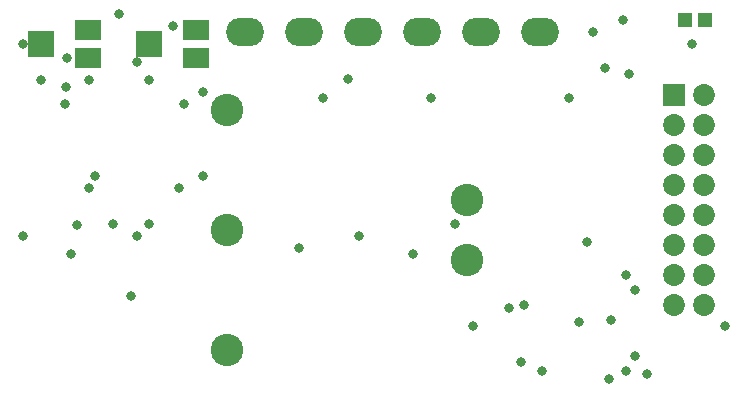
<source format=gts>
%FSAX24Y24*%
%MOIN*%
G70*
G01*
G75*
G04 Layer_Color=8388736*
%ADD10R,0.0433X0.0394*%
%ADD11R,0.0787X0.0630*%
%ADD12R,0.0787X0.0787*%
%ADD13C,0.0200*%
%ADD14C,0.0080*%
%ADD15C,0.0100*%
%ADD16O,0.1181X0.0866*%
%ADD17C,0.0650*%
%ADD18R,0.0650X0.0650*%
%ADD19C,0.1000*%
%ADD20C,0.0250*%
%ADD21R,0.0394X0.0433*%
%ADD22R,0.0335X0.0866*%
%ADD23R,0.0700X0.0600*%
G04:AMPARAMS|DCode=24|XSize=60mil|YSize=70mil|CornerRadius=15mil|HoleSize=0mil|Usage=FLASHONLY|Rotation=90.000|XOffset=0mil|YOffset=0mil|HoleType=Round|Shape=RoundedRectangle|*
%AMROUNDEDRECTD24*
21,1,0.0600,0.0400,0,0,90.0*
21,1,0.0300,0.0700,0,0,90.0*
1,1,0.0300,0.0200,0.0150*
1,1,0.0300,0.0200,-0.0150*
1,1,0.0300,-0.0200,-0.0150*
1,1,0.0300,-0.0200,0.0150*
%
%ADD24ROUNDEDRECTD24*%
%ADD25O,0.0236X0.0866*%
%ADD26O,0.0236X0.0748*%
%ADD27O,0.0236X0.0591*%
%ADD28C,0.0098*%
%ADD29C,0.0079*%
%ADD30C,0.0059*%
%ADD31R,0.0748X0.1614*%
%ADD32C,0.0236*%
%ADD33R,0.3400X0.0800*%
%ADD34R,0.0513X0.0474*%
%ADD35R,0.0867X0.0710*%
%ADD36R,0.0867X0.0867*%
%ADD37O,0.1261X0.0946*%
%ADD38C,0.0730*%
%ADD39R,0.0730X0.0730*%
%ADD40C,0.1080*%
%ADD41C,0.0330*%
D34*
X033335Y022400D02*
D03*
X032665D02*
D03*
D35*
X012787Y022063D02*
D03*
Y021137D02*
D03*
X016387Y022063D02*
D03*
Y021137D02*
D03*
D36*
X011213Y021600D02*
D03*
X014813D02*
D03*
D37*
X018000Y022000D02*
D03*
X019969D02*
D03*
X021937D02*
D03*
X023906D02*
D03*
X025874D02*
D03*
X027843D02*
D03*
D38*
X033300Y012900D02*
D03*
X032300D02*
D03*
X033300Y013900D02*
D03*
X032300D02*
D03*
X033300Y014900D02*
D03*
X032300D02*
D03*
X033300Y015900D02*
D03*
X032300D02*
D03*
X033300Y016900D02*
D03*
X032300D02*
D03*
X033300Y017900D02*
D03*
X032300D02*
D03*
X033300Y018900D02*
D03*
X032300D02*
D03*
X033300Y019900D02*
D03*
D39*
X032300D02*
D03*
D40*
X025400Y014400D02*
D03*
Y016400D02*
D03*
X017400Y011400D02*
D03*
Y015400D02*
D03*
Y019400D02*
D03*
D41*
X032900Y021600D02*
D03*
X030150Y010450D02*
D03*
X031400Y010600D02*
D03*
X015600Y022200D02*
D03*
X012009Y019609D02*
D03*
X015991D02*
D03*
X030800Y020600D02*
D03*
X030000Y020800D02*
D03*
X030600Y022400D02*
D03*
X029600Y022000D02*
D03*
X020600Y019800D02*
D03*
X024200D02*
D03*
X028800D02*
D03*
X012400Y015588D02*
D03*
X016600Y017200D02*
D03*
X013000D02*
D03*
X012063Y021137D02*
D03*
X012025Y020175D02*
D03*
X011200Y020400D02*
D03*
X012800D02*
D03*
X010600Y021600D02*
D03*
X014400Y021000D02*
D03*
X010600Y015200D02*
D03*
X014400D02*
D03*
X015800Y016800D02*
D03*
X012800D02*
D03*
X013600Y015600D02*
D03*
X014800D02*
D03*
X012200Y014600D02*
D03*
X016600Y020000D02*
D03*
X014800Y020400D02*
D03*
X021450Y020450D02*
D03*
X014200Y013200D02*
D03*
X013800Y022600D02*
D03*
X019800Y014800D02*
D03*
X025600Y012200D02*
D03*
X021800Y015200D02*
D03*
X025000Y015600D02*
D03*
X023600Y014600D02*
D03*
X029150Y012350D02*
D03*
X030200Y012400D02*
D03*
X034000Y012200D02*
D03*
X027200Y011000D02*
D03*
X031000Y011200D02*
D03*
Y013400D02*
D03*
X027900Y010700D02*
D03*
X030700D02*
D03*
Y013900D02*
D03*
X026800Y012800D02*
D03*
X027300Y012900D02*
D03*
X029400Y015000D02*
D03*
M02*

</source>
